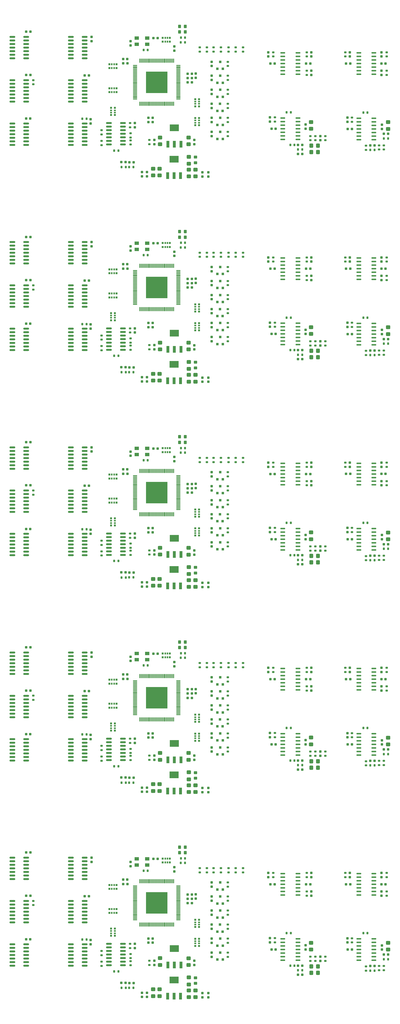
<source format=gtp>
G04*
G04 #@! TF.GenerationSoftware,Altium Limited,Altium Designer,25.3.3 (18)*
G04*
G04 Layer_Color=8421504*
%FSLAX44Y44*%
%MOMM*%
G71*
G04*
G04 #@! TF.SameCoordinates,C1B4E693-D7F7-4543-9357-B74F73BC7D76*
G04*
G04*
G04 #@! TF.FilePolarity,Positive*
G04*
G01*
G75*
G04:AMPARAMS|DCode=18|XSize=0.8mm|YSize=0.8mm|CornerRadius=0.12mm|HoleSize=0mm|Usage=FLASHONLY|Rotation=270.000|XOffset=0mm|YOffset=0mm|HoleType=Round|Shape=RoundedRectangle|*
%AMROUNDEDRECTD18*
21,1,0.8000,0.5600,0,0,270.0*
21,1,0.5600,0.8000,0,0,270.0*
1,1,0.2400,-0.2800,-0.2800*
1,1,0.2400,-0.2800,0.2800*
1,1,0.2400,0.2800,0.2800*
1,1,0.2400,0.2800,-0.2800*
%
%ADD18ROUNDEDRECTD18*%
%ADD19R,0.6400X0.7000*%
%ADD20R,0.5000X0.7000*%
G04:AMPARAMS|DCode=21|XSize=0.9mm|YSize=0.6mm|CornerRadius=0.09mm|HoleSize=0mm|Usage=FLASHONLY|Rotation=0.000|XOffset=0mm|YOffset=0mm|HoleType=Round|Shape=RoundedRectangle|*
%AMROUNDEDRECTD21*
21,1,0.9000,0.4200,0,0,0.0*
21,1,0.7200,0.6000,0,0,0.0*
1,1,0.1800,0.3600,-0.2100*
1,1,0.1800,-0.3600,-0.2100*
1,1,0.1800,-0.3600,0.2100*
1,1,0.1800,0.3600,0.2100*
%
%ADD21ROUNDEDRECTD21*%
%ADD22R,7.6400X7.6400*%
G04:AMPARAMS|DCode=23|XSize=0.3mm|YSize=1.5mm|CornerRadius=0.0525mm|HoleSize=0mm|Usage=FLASHONLY|Rotation=90.000|XOffset=0mm|YOffset=0mm|HoleType=Round|Shape=RoundedRectangle|*
%AMROUNDEDRECTD23*
21,1,0.3000,1.3950,0,0,90.0*
21,1,0.1950,1.5000,0,0,90.0*
1,1,0.1050,0.6975,0.0975*
1,1,0.1050,0.6975,-0.0975*
1,1,0.1050,-0.6975,-0.0975*
1,1,0.1050,-0.6975,0.0975*
%
%ADD23ROUNDEDRECTD23*%
G04:AMPARAMS|DCode=24|XSize=1.5mm|YSize=0.3mm|CornerRadius=0.0525mm|HoleSize=0mm|Usage=FLASHONLY|Rotation=90.000|XOffset=0mm|YOffset=0mm|HoleType=Round|Shape=RoundedRectangle|*
%AMROUNDEDRECTD24*
21,1,1.5000,0.1950,0,0,90.0*
21,1,1.3950,0.3000,0,0,90.0*
1,1,0.1050,0.0975,0.6975*
1,1,0.1050,0.0975,-0.6975*
1,1,0.1050,-0.0975,-0.6975*
1,1,0.1050,-0.0975,0.6975*
%
%ADD24ROUNDEDRECTD24*%
G04:AMPARAMS|DCode=25|XSize=1.97mm|YSize=0.6mm|CornerRadius=0.15mm|HoleSize=0mm|Usage=FLASHONLY|Rotation=0.000|XOffset=0mm|YOffset=0mm|HoleType=Round|Shape=RoundedRectangle|*
%AMROUNDEDRECTD25*
21,1,1.9700,0.3000,0,0,0.0*
21,1,1.6700,0.6000,0,0,0.0*
1,1,0.3000,0.8350,-0.1500*
1,1,0.3000,-0.8350,-0.1500*
1,1,0.3000,-0.8350,0.1500*
1,1,0.3000,0.8350,0.1500*
%
%ADD25ROUNDEDRECTD25*%
G04:AMPARAMS|DCode=26|XSize=0.8mm|YSize=0.8mm|CornerRadius=0.12mm|HoleSize=0mm|Usage=FLASHONLY|Rotation=180.000|XOffset=0mm|YOffset=0mm|HoleType=Round|Shape=RoundedRectangle|*
%AMROUNDEDRECTD26*
21,1,0.8000,0.5600,0,0,180.0*
21,1,0.5600,0.8000,0,0,180.0*
1,1,0.2400,-0.2800,0.2800*
1,1,0.2400,0.2800,0.2800*
1,1,0.2400,0.2800,-0.2800*
1,1,0.2400,-0.2800,-0.2800*
%
%ADD26ROUNDEDRECTD26*%
G04:AMPARAMS|DCode=27|XSize=1.4mm|YSize=1.55mm|CornerRadius=0.35mm|HoleSize=0mm|Usage=FLASHONLY|Rotation=270.000|XOffset=0mm|YOffset=0mm|HoleType=Round|Shape=RoundedRectangle|*
%AMROUNDEDRECTD27*
21,1,1.4000,0.8500,0,0,270.0*
21,1,0.7000,1.5500,0,0,270.0*
1,1,0.7000,-0.4250,-0.3500*
1,1,0.7000,-0.4250,0.3500*
1,1,0.7000,0.4250,0.3500*
1,1,0.7000,0.4250,-0.3500*
%
%ADD27ROUNDEDRECTD27*%
G04:AMPARAMS|DCode=28|XSize=1.4mm|YSize=1.55mm|CornerRadius=0.35mm|HoleSize=0mm|Usage=FLASHONLY|Rotation=0.000|XOffset=0mm|YOffset=0mm|HoleType=Round|Shape=RoundedRectangle|*
%AMROUNDEDRECTD28*
21,1,1.4000,0.8500,0,0,0.0*
21,1,0.7000,1.5500,0,0,0.0*
1,1,0.7000,0.3500,-0.4250*
1,1,0.7000,-0.3500,-0.4250*
1,1,0.7000,-0.3500,0.4250*
1,1,0.7000,0.3500,0.4250*
%
%ADD28ROUNDEDRECTD28*%
%ADD29R,0.9000X0.9500*%
G04:AMPARAMS|DCode=30|XSize=1.1mm|YSize=1.2mm|CornerRadius=0.165mm|HoleSize=0mm|Usage=FLASHONLY|Rotation=0.000|XOffset=0mm|YOffset=0mm|HoleType=Round|Shape=RoundedRectangle|*
%AMROUNDEDRECTD30*
21,1,1.1000,0.8700,0,0,0.0*
21,1,0.7700,1.2000,0,0,0.0*
1,1,0.3300,0.3850,-0.4350*
1,1,0.3300,-0.3850,-0.4350*
1,1,0.3300,-0.3850,0.4350*
1,1,0.3300,0.3850,0.4350*
%
%ADD30ROUNDEDRECTD30*%
G04:AMPARAMS|DCode=31|XSize=1.1mm|YSize=1.2mm|CornerRadius=0.165mm|HoleSize=0mm|Usage=FLASHONLY|Rotation=270.000|XOffset=0mm|YOffset=0mm|HoleType=Round|Shape=RoundedRectangle|*
%AMROUNDEDRECTD31*
21,1,1.1000,0.8700,0,0,270.0*
21,1,0.7700,1.2000,0,0,270.0*
1,1,0.3300,-0.4350,-0.3850*
1,1,0.3300,-0.4350,0.3850*
1,1,0.3300,0.4350,0.3850*
1,1,0.3300,0.4350,-0.3850*
%
%ADD31ROUNDEDRECTD31*%
G04:AMPARAMS|DCode=32|XSize=0.9mm|YSize=0.6mm|CornerRadius=0.09mm|HoleSize=0mm|Usage=FLASHONLY|Rotation=90.000|XOffset=0mm|YOffset=0mm|HoleType=Round|Shape=RoundedRectangle|*
%AMROUNDEDRECTD32*
21,1,0.9000,0.4200,0,0,90.0*
21,1,0.7200,0.6000,0,0,90.0*
1,1,0.1800,0.2100,0.3600*
1,1,0.1800,0.2100,-0.3600*
1,1,0.1800,-0.2100,-0.3600*
1,1,0.1800,-0.2100,0.3600*
%
%ADD32ROUNDEDRECTD32*%
%ADD33R,0.7000X0.6400*%
%ADD34R,0.7000X0.5000*%
G04:AMPARAMS|DCode=35|XSize=1.3mm|YSize=1.5mm|CornerRadius=0.195mm|HoleSize=0mm|Usage=FLASHONLY|Rotation=270.000|XOffset=0mm|YOffset=0mm|HoleType=Round|Shape=RoundedRectangle|*
%AMROUNDEDRECTD35*
21,1,1.3000,1.1100,0,0,270.0*
21,1,0.9100,1.5000,0,0,270.0*
1,1,0.3900,-0.5550,-0.4550*
1,1,0.3900,-0.5550,0.4550*
1,1,0.3900,0.5550,0.4550*
1,1,0.3900,0.5550,-0.4550*
%
%ADD35ROUNDEDRECTD35*%
%ADD36O,1.8000X0.5500*%
%ADD37R,3.3000X2.4000*%
%ADD38R,1.0000X2.4000*%
%ADD39R,1.6000X1.2500*%
D18*
X189700Y3543600D02*
D03*
X204700D02*
D03*
X189500Y3234800D02*
D03*
X204500D02*
D03*
X549900Y3447000D02*
D03*
X534900D02*
D03*
X528500Y3080200D02*
D03*
X543500D02*
D03*
X398130Y3388200D02*
D03*
X413130D02*
D03*
X550500Y3431000D02*
D03*
X535500D02*
D03*
X764700Y3363600D02*
D03*
X779700D02*
D03*
X764700Y3379020D02*
D03*
X779700D02*
D03*
X764690Y3394320D02*
D03*
X779690D02*
D03*
X189900Y3389800D02*
D03*
X204900D02*
D03*
X642500Y3521000D02*
D03*
X657500D02*
D03*
X1414900Y3139590D02*
D03*
X1429900D02*
D03*
X1349510Y3198010D02*
D03*
X1334510D02*
D03*
X1463282Y3180350D02*
D03*
X1478282D02*
D03*
X1074300Y3430310D02*
D03*
X1059300D02*
D03*
X1172300Y3108780D02*
D03*
X1157300D02*
D03*
X1078110Y3198360D02*
D03*
X1063110D02*
D03*
X1201300Y3430310D02*
D03*
X1186300D02*
D03*
X572500Y3079400D02*
D03*
X557500D02*
D03*
X1328540Y3430540D02*
D03*
X1343540D02*
D03*
X1454390Y3430540D02*
D03*
X1469390D02*
D03*
X1157300Y3140980D02*
D03*
X1172300D02*
D03*
X189700Y2813600D02*
D03*
X204700D02*
D03*
X189500Y2504800D02*
D03*
X204500D02*
D03*
X549900Y2717000D02*
D03*
X534900D02*
D03*
X528500Y2350200D02*
D03*
X543500D02*
D03*
X398130Y2658200D02*
D03*
X413130D02*
D03*
X550500Y2701000D02*
D03*
X535500D02*
D03*
X764700Y2633600D02*
D03*
X779700D02*
D03*
X764700Y2649020D02*
D03*
X779700D02*
D03*
X764690Y2664320D02*
D03*
X779690D02*
D03*
X189900Y2659800D02*
D03*
X204900D02*
D03*
X642500Y2791000D02*
D03*
X657500D02*
D03*
X1414900Y2409590D02*
D03*
X1429900D02*
D03*
X1349510Y2468010D02*
D03*
X1334510D02*
D03*
X1463282Y2450350D02*
D03*
X1478282D02*
D03*
X1074300Y2700310D02*
D03*
X1059300D02*
D03*
X1172300Y2378780D02*
D03*
X1157300D02*
D03*
X1078110Y2468360D02*
D03*
X1063110D02*
D03*
X1201300Y2700310D02*
D03*
X1186300D02*
D03*
X572500Y2349400D02*
D03*
X557500D02*
D03*
X1328540Y2700540D02*
D03*
X1343540D02*
D03*
X1454390Y2700540D02*
D03*
X1469390D02*
D03*
X1157300Y2410980D02*
D03*
X1172300D02*
D03*
X189700Y2083600D02*
D03*
X204700D02*
D03*
X189500Y1774800D02*
D03*
X204500D02*
D03*
X549900Y1987000D02*
D03*
X534900D02*
D03*
X528500Y1620200D02*
D03*
X543500D02*
D03*
X398130Y1928200D02*
D03*
X413130D02*
D03*
X550500Y1971000D02*
D03*
X535500D02*
D03*
X764700Y1903600D02*
D03*
X779700D02*
D03*
X764700Y1919020D02*
D03*
X779700D02*
D03*
X764690Y1934320D02*
D03*
X779690D02*
D03*
X189900Y1929800D02*
D03*
X204900D02*
D03*
X642500Y2061000D02*
D03*
X657500D02*
D03*
X1414900Y1679590D02*
D03*
X1429900D02*
D03*
X1349510Y1738010D02*
D03*
X1334510D02*
D03*
X1463282Y1720350D02*
D03*
X1478282D02*
D03*
X1074300Y1970310D02*
D03*
X1059300D02*
D03*
X1172300Y1648780D02*
D03*
X1157300D02*
D03*
X1078110Y1738360D02*
D03*
X1063110D02*
D03*
X1201300Y1970310D02*
D03*
X1186300D02*
D03*
X572500Y1619400D02*
D03*
X557500D02*
D03*
X1328540Y1970540D02*
D03*
X1343540D02*
D03*
X1454390Y1970540D02*
D03*
X1469390D02*
D03*
X1157300Y1680980D02*
D03*
X1172300D02*
D03*
X189700Y1353600D02*
D03*
X204700D02*
D03*
X189500Y1044800D02*
D03*
X204500D02*
D03*
X549900Y1257000D02*
D03*
X534900D02*
D03*
X528500Y890200D02*
D03*
X543500D02*
D03*
X398130Y1198200D02*
D03*
X413130D02*
D03*
X550500Y1241000D02*
D03*
X535500D02*
D03*
X764700Y1173600D02*
D03*
X779700D02*
D03*
X764700Y1189020D02*
D03*
X779700D02*
D03*
X764690Y1204320D02*
D03*
X779690D02*
D03*
X189900Y1199800D02*
D03*
X204900D02*
D03*
X642500Y1331000D02*
D03*
X657500D02*
D03*
X1414900Y949590D02*
D03*
X1429900D02*
D03*
X1349510Y1008010D02*
D03*
X1334510D02*
D03*
X1463282Y990350D02*
D03*
X1478282D02*
D03*
X1074300Y1240310D02*
D03*
X1059300D02*
D03*
X1172300Y918780D02*
D03*
X1157300D02*
D03*
X1078110Y1008360D02*
D03*
X1063110D02*
D03*
X1201300Y1240310D02*
D03*
X1186300D02*
D03*
X572500Y889400D02*
D03*
X557500D02*
D03*
X1328540Y1240540D02*
D03*
X1343540D02*
D03*
X1454390Y1240540D02*
D03*
X1469390D02*
D03*
X1157300Y950980D02*
D03*
X1172300D02*
D03*
X1469390Y510540D02*
D03*
X1454390D02*
D03*
X1343540Y510540D02*
D03*
X1328540D02*
D03*
X1334510Y278010D02*
D03*
X1349510D02*
D03*
X1478282Y260350D02*
D03*
X1463282D02*
D03*
X1429900Y219590D02*
D03*
X1414900D02*
D03*
X1172300Y220980D02*
D03*
X1157300D02*
D03*
Y188780D02*
D03*
X1172300D02*
D03*
X1063110Y278360D02*
D03*
X1078110D02*
D03*
X1186300Y510310D02*
D03*
X1201300D02*
D03*
X1059300D02*
D03*
X1074300D02*
D03*
X779700Y443600D02*
D03*
X764700D02*
D03*
X779700Y459020D02*
D03*
X764700D02*
D03*
X779690Y474320D02*
D03*
X764690D02*
D03*
X657500Y601000D02*
D03*
X642500D02*
D03*
X534900Y527000D02*
D03*
X549900D02*
D03*
X535500Y511000D02*
D03*
X550500D02*
D03*
X413130Y468200D02*
D03*
X398130D02*
D03*
X204700Y623600D02*
D03*
X189700D02*
D03*
X204900Y469800D02*
D03*
X189900D02*
D03*
X204500Y314800D02*
D03*
X189500D02*
D03*
X543500Y160200D02*
D03*
X528500D02*
D03*
X557500Y159400D02*
D03*
X572500D02*
D03*
D19*
X511500Y3414200D02*
D03*
X486100D02*
D03*
Y3428200D02*
D03*
X511500D02*
D03*
X511300Y3342600D02*
D03*
X485900D02*
D03*
Y3328600D02*
D03*
X511300D02*
D03*
X701500Y3508000D02*
D03*
X676100D02*
D03*
Y3522000D02*
D03*
X701500D02*
D03*
X511500Y2684200D02*
D03*
X486100D02*
D03*
Y2698200D02*
D03*
X511500D02*
D03*
X511300Y2612600D02*
D03*
X485900D02*
D03*
Y2598600D02*
D03*
X511300D02*
D03*
X701500Y2778000D02*
D03*
X676100D02*
D03*
Y2792000D02*
D03*
X701500D02*
D03*
X511500Y1954200D02*
D03*
X486100D02*
D03*
Y1968200D02*
D03*
X511500D02*
D03*
X511300Y1882600D02*
D03*
X485900D02*
D03*
Y1868600D02*
D03*
X511300D02*
D03*
X701500Y2048000D02*
D03*
X676100D02*
D03*
Y2062000D02*
D03*
X701500D02*
D03*
X511500Y1224200D02*
D03*
X486100D02*
D03*
Y1238200D02*
D03*
X511500D02*
D03*
X511300Y1152600D02*
D03*
X485900D02*
D03*
Y1138600D02*
D03*
X511300D02*
D03*
X701500Y1318000D02*
D03*
X676100D02*
D03*
Y1332000D02*
D03*
X701500D02*
D03*
X701500Y602000D02*
D03*
X676100D02*
D03*
Y588000D02*
D03*
X701500D02*
D03*
X511500Y508200D02*
D03*
X486100D02*
D03*
Y494200D02*
D03*
X511500D02*
D03*
X511300Y408600D02*
D03*
X485900D02*
D03*
Y422600D02*
D03*
X511300D02*
D03*
D20*
X502800Y3414200D02*
D03*
X494800D02*
D03*
Y3428200D02*
D03*
X502800D02*
D03*
X502600Y3342600D02*
D03*
X494600D02*
D03*
Y3328600D02*
D03*
X502600D02*
D03*
X692800Y3508000D02*
D03*
X684800D02*
D03*
Y3522000D02*
D03*
X692800D02*
D03*
X502800Y2684200D02*
D03*
X494800D02*
D03*
Y2698200D02*
D03*
X502800D02*
D03*
X502600Y2612600D02*
D03*
X494600D02*
D03*
Y2598600D02*
D03*
X502600D02*
D03*
X692800Y2778000D02*
D03*
X684800D02*
D03*
Y2792000D02*
D03*
X692800D02*
D03*
X502800Y1954200D02*
D03*
X494800D02*
D03*
Y1968200D02*
D03*
X502800D02*
D03*
X502600Y1882600D02*
D03*
X494600D02*
D03*
Y1868600D02*
D03*
X502600D02*
D03*
X692800Y2048000D02*
D03*
X684800D02*
D03*
Y2062000D02*
D03*
X692800D02*
D03*
X502800Y1224200D02*
D03*
X494800D02*
D03*
Y1238200D02*
D03*
X502800D02*
D03*
X502600Y1152600D02*
D03*
X494600D02*
D03*
Y1138600D02*
D03*
X502600D02*
D03*
X692800Y1318000D02*
D03*
X684800D02*
D03*
Y1332000D02*
D03*
X692800D02*
D03*
X692800Y602000D02*
D03*
X684800D02*
D03*
Y588000D02*
D03*
X692800D02*
D03*
X502800Y508200D02*
D03*
X494800D02*
D03*
Y494200D02*
D03*
X502800D02*
D03*
X502600Y408600D02*
D03*
X494600D02*
D03*
Y422600D02*
D03*
X502600D02*
D03*
D21*
X215400Y3371500D02*
D03*
Y3356500D02*
D03*
X560070Y3203450D02*
D03*
Y3218450D02*
D03*
X458200Y3178050D02*
D03*
Y3193050D02*
D03*
Y3140100D02*
D03*
Y3155100D02*
D03*
X561800Y3142250D02*
D03*
Y3157250D02*
D03*
Y3182500D02*
D03*
Y3167500D02*
D03*
X1349510Y3238410D02*
D03*
Y3223410D02*
D03*
X1188720Y3455710D02*
D03*
Y3470710D02*
D03*
X1446530Y3139590D02*
D03*
Y3124590D02*
D03*
X907880Y3421790D02*
D03*
Y3436790D02*
D03*
X807920Y3487680D02*
D03*
Y3472680D02*
D03*
X1463282Y3139590D02*
D03*
Y3124590D02*
D03*
X1399200Y3138270D02*
D03*
Y3123270D02*
D03*
X833532Y3472680D02*
D03*
Y3487680D02*
D03*
X857143D02*
D03*
Y3472680D02*
D03*
X883155Y3487680D02*
D03*
Y3472680D02*
D03*
X935978Y3487680D02*
D03*
Y3472680D02*
D03*
X1188720Y3404910D02*
D03*
Y3389910D02*
D03*
X910367Y3487680D02*
D03*
Y3472680D02*
D03*
X961590Y3487680D02*
D03*
Y3472680D02*
D03*
X1473200Y3470710D02*
D03*
Y3455710D02*
D03*
X1201420Y3157610D02*
D03*
Y3172610D02*
D03*
X907380Y3272168D02*
D03*
Y3287168D02*
D03*
X628650Y3143520D02*
D03*
Y3158520D02*
D03*
X1219200Y3157610D02*
D03*
Y3172610D02*
D03*
X1254760D02*
D03*
Y3157610D02*
D03*
X1473200Y3389910D02*
D03*
Y3404910D02*
D03*
X1325880Y3470710D02*
D03*
Y3455710D02*
D03*
X1075690Y3223760D02*
D03*
Y3238760D02*
D03*
X1069340Y3470710D02*
D03*
Y3455710D02*
D03*
X907880Y3386916D02*
D03*
Y3371916D02*
D03*
X907380Y3322042D02*
D03*
Y3337042D02*
D03*
Y3222294D02*
D03*
Y3237294D02*
D03*
X907880Y3187420D02*
D03*
Y3172420D02*
D03*
X215400Y2641500D02*
D03*
Y2626500D02*
D03*
X560070Y2473450D02*
D03*
Y2488450D02*
D03*
X458200Y2448050D02*
D03*
Y2463050D02*
D03*
Y2410100D02*
D03*
Y2425100D02*
D03*
X561800Y2412250D02*
D03*
Y2427250D02*
D03*
Y2452500D02*
D03*
Y2437500D02*
D03*
X1349510Y2508410D02*
D03*
Y2493410D02*
D03*
X1188720Y2725710D02*
D03*
Y2740710D02*
D03*
X1446530Y2409590D02*
D03*
Y2394590D02*
D03*
X907880Y2691790D02*
D03*
Y2706790D02*
D03*
X807920Y2757680D02*
D03*
Y2742680D02*
D03*
X1463282Y2409590D02*
D03*
Y2394590D02*
D03*
X1399200Y2408270D02*
D03*
Y2393270D02*
D03*
X833532Y2742680D02*
D03*
Y2757680D02*
D03*
X857143D02*
D03*
Y2742680D02*
D03*
X883155Y2757680D02*
D03*
Y2742680D02*
D03*
X935978Y2757680D02*
D03*
Y2742680D02*
D03*
X1188720Y2674910D02*
D03*
Y2659910D02*
D03*
X910367Y2757680D02*
D03*
Y2742680D02*
D03*
X961590Y2757680D02*
D03*
Y2742680D02*
D03*
X1473200Y2740710D02*
D03*
Y2725710D02*
D03*
X1201420Y2427610D02*
D03*
Y2442610D02*
D03*
X907380Y2542168D02*
D03*
Y2557168D02*
D03*
X628650Y2413520D02*
D03*
Y2428520D02*
D03*
X1219200Y2427610D02*
D03*
Y2442610D02*
D03*
X1254760D02*
D03*
Y2427610D02*
D03*
X1473200Y2659910D02*
D03*
Y2674910D02*
D03*
X1325880Y2740710D02*
D03*
Y2725710D02*
D03*
X1075690Y2493760D02*
D03*
Y2508760D02*
D03*
X1069340Y2740710D02*
D03*
Y2725710D02*
D03*
X907880Y2656916D02*
D03*
Y2641916D02*
D03*
X907380Y2592042D02*
D03*
Y2607042D02*
D03*
Y2492294D02*
D03*
Y2507294D02*
D03*
X907880Y2457420D02*
D03*
Y2442420D02*
D03*
X215400Y1911500D02*
D03*
Y1896500D02*
D03*
X560070Y1743450D02*
D03*
Y1758450D02*
D03*
X458200Y1718050D02*
D03*
Y1733050D02*
D03*
Y1680100D02*
D03*
Y1695100D02*
D03*
X561800Y1682250D02*
D03*
Y1697250D02*
D03*
Y1722500D02*
D03*
Y1707500D02*
D03*
X1349510Y1778410D02*
D03*
Y1763410D02*
D03*
X1188720Y1995710D02*
D03*
Y2010710D02*
D03*
X1446530Y1679590D02*
D03*
Y1664590D02*
D03*
X907880Y1961790D02*
D03*
Y1976790D02*
D03*
X807920Y2027680D02*
D03*
Y2012680D02*
D03*
X1463282Y1679590D02*
D03*
Y1664590D02*
D03*
X1399200Y1678270D02*
D03*
Y1663270D02*
D03*
X833532Y2012680D02*
D03*
Y2027680D02*
D03*
X857143D02*
D03*
Y2012680D02*
D03*
X883155Y2027680D02*
D03*
Y2012680D02*
D03*
X935978Y2027680D02*
D03*
Y2012680D02*
D03*
X1188720Y1944910D02*
D03*
Y1929910D02*
D03*
X910367Y2027680D02*
D03*
Y2012680D02*
D03*
X961590Y2027680D02*
D03*
Y2012680D02*
D03*
X1473200Y2010710D02*
D03*
Y1995710D02*
D03*
X1201420Y1697610D02*
D03*
Y1712610D02*
D03*
X907380Y1812168D02*
D03*
Y1827168D02*
D03*
X628650Y1683520D02*
D03*
Y1698520D02*
D03*
X1219200Y1697610D02*
D03*
Y1712610D02*
D03*
X1254760D02*
D03*
Y1697610D02*
D03*
X1473200Y1929910D02*
D03*
Y1944910D02*
D03*
X1325880Y2010710D02*
D03*
Y1995710D02*
D03*
X1075690Y1763760D02*
D03*
Y1778760D02*
D03*
X1069340Y2010710D02*
D03*
Y1995710D02*
D03*
X907880Y1926916D02*
D03*
Y1911916D02*
D03*
X907380Y1862042D02*
D03*
Y1877042D02*
D03*
Y1762294D02*
D03*
Y1777294D02*
D03*
X907880Y1727420D02*
D03*
Y1712420D02*
D03*
X215400Y1181500D02*
D03*
Y1166500D02*
D03*
X560070Y1013450D02*
D03*
Y1028450D02*
D03*
X458200Y988050D02*
D03*
Y1003050D02*
D03*
Y950100D02*
D03*
Y965100D02*
D03*
X561800Y952250D02*
D03*
Y967250D02*
D03*
Y992500D02*
D03*
Y977500D02*
D03*
X1349510Y1048410D02*
D03*
Y1033410D02*
D03*
X1188720Y1265710D02*
D03*
Y1280710D02*
D03*
X1446530Y949590D02*
D03*
Y934590D02*
D03*
X907880Y1231790D02*
D03*
Y1246790D02*
D03*
X807920Y1297680D02*
D03*
Y1282680D02*
D03*
X1463282Y949590D02*
D03*
Y934590D02*
D03*
X1399200Y948270D02*
D03*
Y933270D02*
D03*
X833532Y1282680D02*
D03*
Y1297680D02*
D03*
X857143D02*
D03*
Y1282680D02*
D03*
X883155Y1297680D02*
D03*
Y1282680D02*
D03*
X935978Y1297680D02*
D03*
Y1282680D02*
D03*
X1188720Y1214910D02*
D03*
Y1199910D02*
D03*
X910367Y1297680D02*
D03*
Y1282680D02*
D03*
X961590Y1297680D02*
D03*
Y1282680D02*
D03*
X1473200Y1280710D02*
D03*
Y1265710D02*
D03*
X1201420Y967610D02*
D03*
Y982610D02*
D03*
X907380Y1082168D02*
D03*
Y1097168D02*
D03*
X628650Y953520D02*
D03*
Y968520D02*
D03*
X1219200Y967610D02*
D03*
Y982610D02*
D03*
X1254760D02*
D03*
Y967610D02*
D03*
X1473200Y1199910D02*
D03*
Y1214910D02*
D03*
X1325880Y1280710D02*
D03*
Y1265710D02*
D03*
X1075690Y1033760D02*
D03*
Y1048760D02*
D03*
X1069340Y1280710D02*
D03*
Y1265710D02*
D03*
X907880Y1196916D02*
D03*
Y1181916D02*
D03*
X907380Y1132042D02*
D03*
Y1147042D02*
D03*
Y1032294D02*
D03*
Y1047294D02*
D03*
X907880Y997420D02*
D03*
Y982420D02*
D03*
X1473200Y535710D02*
D03*
Y550710D02*
D03*
X1473200Y484910D02*
D03*
Y469910D02*
D03*
X1325880Y535710D02*
D03*
Y550710D02*
D03*
X1349510Y303410D02*
D03*
Y318410D02*
D03*
X1463282Y204590D02*
D03*
Y219590D02*
D03*
X1446530Y204590D02*
D03*
Y219590D02*
D03*
X1399200Y203270D02*
D03*
Y218270D02*
D03*
X1254760Y237610D02*
D03*
Y252610D02*
D03*
X1219200D02*
D03*
Y237610D02*
D03*
X1201420Y252610D02*
D03*
Y237610D02*
D03*
X1075690Y318760D02*
D03*
Y303760D02*
D03*
X1188720Y469910D02*
D03*
Y484910D02*
D03*
Y550710D02*
D03*
Y535710D02*
D03*
X1069340D02*
D03*
Y550710D02*
D03*
X961590Y552680D02*
D03*
Y567680D02*
D03*
X935978Y552680D02*
D03*
Y567680D02*
D03*
X910367Y552680D02*
D03*
Y567680D02*
D03*
X883155Y552680D02*
D03*
Y567680D02*
D03*
X857143Y552680D02*
D03*
Y567680D02*
D03*
X833532D02*
D03*
Y552680D02*
D03*
X807920D02*
D03*
Y567680D02*
D03*
X907880Y516790D02*
D03*
Y501790D02*
D03*
Y451916D02*
D03*
Y466916D02*
D03*
X907380Y417042D02*
D03*
Y402042D02*
D03*
X907380Y367168D02*
D03*
Y352168D02*
D03*
X907380Y317294D02*
D03*
Y302294D02*
D03*
X907880Y252420D02*
D03*
Y267420D02*
D03*
X628650Y238520D02*
D03*
Y223520D02*
D03*
X560070Y298450D02*
D03*
Y283450D02*
D03*
X561800Y247500D02*
D03*
Y262500D02*
D03*
Y237250D02*
D03*
Y222250D02*
D03*
X458200Y273050D02*
D03*
Y258050D02*
D03*
Y235100D02*
D03*
Y220100D02*
D03*
X215400Y436500D02*
D03*
Y451500D02*
D03*
D22*
X654520Y3364020D02*
D03*
X654520Y2634020D02*
D03*
X654520Y1904020D02*
D03*
X654520Y1174020D02*
D03*
X654520Y444020D02*
D03*
D23*
X577520Y3304020D02*
D03*
Y3309020D02*
D03*
Y3314020D02*
D03*
Y3319020D02*
D03*
Y3324020D02*
D03*
Y3329020D02*
D03*
Y3334020D02*
D03*
Y3339020D02*
D03*
Y3344020D02*
D03*
Y3349020D02*
D03*
Y3354020D02*
D03*
Y3359020D02*
D03*
Y3364020D02*
D03*
Y3369020D02*
D03*
Y3374020D02*
D03*
Y3379020D02*
D03*
Y3384020D02*
D03*
Y3389020D02*
D03*
Y3394020D02*
D03*
Y3399020D02*
D03*
Y3404020D02*
D03*
Y3409020D02*
D03*
Y3414020D02*
D03*
Y3419020D02*
D03*
Y3424020D02*
D03*
X731520D02*
D03*
Y3419020D02*
D03*
Y3414020D02*
D03*
Y3409020D02*
D03*
Y3404020D02*
D03*
Y3399020D02*
D03*
Y3394020D02*
D03*
Y3389020D02*
D03*
Y3384020D02*
D03*
Y3379020D02*
D03*
Y3374020D02*
D03*
Y3369020D02*
D03*
Y3364020D02*
D03*
Y3359020D02*
D03*
Y3354020D02*
D03*
Y3349020D02*
D03*
Y3344020D02*
D03*
Y3339020D02*
D03*
Y3334020D02*
D03*
Y3329020D02*
D03*
Y3324020D02*
D03*
Y3319020D02*
D03*
Y3314020D02*
D03*
Y3309020D02*
D03*
Y3304020D02*
D03*
X577520Y2574020D02*
D03*
Y2579020D02*
D03*
Y2584020D02*
D03*
Y2589020D02*
D03*
Y2594020D02*
D03*
Y2599020D02*
D03*
Y2604020D02*
D03*
Y2609020D02*
D03*
Y2614020D02*
D03*
Y2619020D02*
D03*
Y2624020D02*
D03*
Y2629020D02*
D03*
Y2634020D02*
D03*
Y2639020D02*
D03*
Y2644020D02*
D03*
Y2649020D02*
D03*
Y2654020D02*
D03*
Y2659020D02*
D03*
Y2664020D02*
D03*
Y2669020D02*
D03*
Y2674020D02*
D03*
Y2679020D02*
D03*
Y2684020D02*
D03*
Y2689020D02*
D03*
Y2694020D02*
D03*
X731520D02*
D03*
Y2689020D02*
D03*
Y2684020D02*
D03*
Y2679020D02*
D03*
Y2674020D02*
D03*
Y2669020D02*
D03*
Y2664020D02*
D03*
Y2659020D02*
D03*
Y2654020D02*
D03*
Y2649020D02*
D03*
Y2644020D02*
D03*
Y2639020D02*
D03*
Y2634020D02*
D03*
Y2629020D02*
D03*
Y2624020D02*
D03*
Y2619020D02*
D03*
Y2614020D02*
D03*
Y2609020D02*
D03*
Y2604020D02*
D03*
Y2599020D02*
D03*
Y2594020D02*
D03*
Y2589020D02*
D03*
Y2584020D02*
D03*
Y2579020D02*
D03*
Y2574020D02*
D03*
X577520Y1844020D02*
D03*
Y1849020D02*
D03*
Y1854020D02*
D03*
Y1859020D02*
D03*
Y1864020D02*
D03*
Y1869020D02*
D03*
Y1874020D02*
D03*
Y1879020D02*
D03*
Y1884020D02*
D03*
Y1889020D02*
D03*
Y1894020D02*
D03*
Y1899020D02*
D03*
Y1904020D02*
D03*
Y1909020D02*
D03*
Y1914020D02*
D03*
Y1919020D02*
D03*
Y1924020D02*
D03*
Y1929020D02*
D03*
Y1934020D02*
D03*
Y1939020D02*
D03*
Y1944020D02*
D03*
Y1949020D02*
D03*
Y1954020D02*
D03*
Y1959020D02*
D03*
Y1964020D02*
D03*
X731520D02*
D03*
Y1959020D02*
D03*
Y1954020D02*
D03*
Y1949020D02*
D03*
Y1944020D02*
D03*
Y1939020D02*
D03*
Y1934020D02*
D03*
Y1929020D02*
D03*
Y1924020D02*
D03*
Y1919020D02*
D03*
Y1914020D02*
D03*
Y1909020D02*
D03*
Y1904020D02*
D03*
Y1899020D02*
D03*
Y1894020D02*
D03*
Y1889020D02*
D03*
Y1884020D02*
D03*
Y1879020D02*
D03*
Y1874020D02*
D03*
Y1869020D02*
D03*
Y1864020D02*
D03*
Y1859020D02*
D03*
Y1854020D02*
D03*
Y1849020D02*
D03*
Y1844020D02*
D03*
X577520Y1114020D02*
D03*
Y1119020D02*
D03*
Y1124020D02*
D03*
Y1129020D02*
D03*
Y1134020D02*
D03*
Y1139020D02*
D03*
Y1144020D02*
D03*
Y1149020D02*
D03*
Y1154020D02*
D03*
Y1159020D02*
D03*
Y1164020D02*
D03*
Y1169020D02*
D03*
Y1174020D02*
D03*
Y1179020D02*
D03*
Y1184020D02*
D03*
Y1189020D02*
D03*
Y1194020D02*
D03*
Y1199020D02*
D03*
Y1204020D02*
D03*
Y1209020D02*
D03*
Y1214020D02*
D03*
Y1219020D02*
D03*
Y1224020D02*
D03*
Y1229020D02*
D03*
Y1234020D02*
D03*
X731520D02*
D03*
Y1229020D02*
D03*
Y1224020D02*
D03*
Y1219020D02*
D03*
Y1214020D02*
D03*
Y1209020D02*
D03*
Y1204020D02*
D03*
Y1199020D02*
D03*
Y1194020D02*
D03*
Y1189020D02*
D03*
Y1184020D02*
D03*
Y1179020D02*
D03*
Y1174020D02*
D03*
Y1169020D02*
D03*
Y1164020D02*
D03*
Y1159020D02*
D03*
Y1154020D02*
D03*
Y1149020D02*
D03*
Y1144020D02*
D03*
Y1139020D02*
D03*
Y1134020D02*
D03*
Y1129020D02*
D03*
Y1124020D02*
D03*
Y1119020D02*
D03*
Y1114020D02*
D03*
X731520Y384020D02*
D03*
Y389020D02*
D03*
Y394020D02*
D03*
Y399020D02*
D03*
Y404020D02*
D03*
Y409020D02*
D03*
Y414020D02*
D03*
Y419020D02*
D03*
Y424020D02*
D03*
Y429020D02*
D03*
Y434020D02*
D03*
Y439020D02*
D03*
Y444020D02*
D03*
Y449020D02*
D03*
Y454020D02*
D03*
Y459020D02*
D03*
Y464020D02*
D03*
Y469020D02*
D03*
Y474020D02*
D03*
Y479020D02*
D03*
Y484020D02*
D03*
Y489020D02*
D03*
Y494020D02*
D03*
Y499020D02*
D03*
Y504020D02*
D03*
X577520D02*
D03*
Y499020D02*
D03*
Y494020D02*
D03*
Y489020D02*
D03*
Y484020D02*
D03*
Y479020D02*
D03*
Y474020D02*
D03*
Y469020D02*
D03*
Y464020D02*
D03*
Y459020D02*
D03*
Y454020D02*
D03*
Y449020D02*
D03*
Y444020D02*
D03*
Y439020D02*
D03*
Y434020D02*
D03*
Y429020D02*
D03*
Y424020D02*
D03*
Y419020D02*
D03*
Y414020D02*
D03*
Y409020D02*
D03*
Y404020D02*
D03*
Y399020D02*
D03*
Y394020D02*
D03*
Y389020D02*
D03*
Y384020D02*
D03*
D24*
X594520Y3441020D02*
D03*
X599520D02*
D03*
X604520D02*
D03*
X609520D02*
D03*
X614520D02*
D03*
X619520D02*
D03*
X624520D02*
D03*
X629520D02*
D03*
X634520D02*
D03*
X639520D02*
D03*
X644520D02*
D03*
X649520D02*
D03*
X654520D02*
D03*
X659520D02*
D03*
X664520D02*
D03*
X669520D02*
D03*
X674520D02*
D03*
X679520D02*
D03*
X684520D02*
D03*
X689520D02*
D03*
X694520D02*
D03*
X699520D02*
D03*
X704520D02*
D03*
X709520D02*
D03*
X714520D02*
D03*
Y3287020D02*
D03*
X709520D02*
D03*
X704520D02*
D03*
X699520D02*
D03*
X694520D02*
D03*
X689520D02*
D03*
X684520D02*
D03*
X679520D02*
D03*
X674520D02*
D03*
X669520D02*
D03*
X664520D02*
D03*
X659520D02*
D03*
X654520D02*
D03*
X649520D02*
D03*
X644520D02*
D03*
X639520D02*
D03*
X634520D02*
D03*
X629520D02*
D03*
X624520D02*
D03*
X619520D02*
D03*
X614520D02*
D03*
X609520D02*
D03*
X604520D02*
D03*
X599520D02*
D03*
X594520D02*
D03*
X594520Y2711020D02*
D03*
X599520D02*
D03*
X604520D02*
D03*
X609520D02*
D03*
X614520D02*
D03*
X619520D02*
D03*
X624520D02*
D03*
X629520D02*
D03*
X634520D02*
D03*
X639520D02*
D03*
X644520D02*
D03*
X649520D02*
D03*
X654520D02*
D03*
X659520D02*
D03*
X664520D02*
D03*
X669520D02*
D03*
X674520D02*
D03*
X679520D02*
D03*
X684520D02*
D03*
X689520D02*
D03*
X694520D02*
D03*
X699520D02*
D03*
X704520D02*
D03*
X709520D02*
D03*
X714520D02*
D03*
Y2557020D02*
D03*
X709520D02*
D03*
X704520D02*
D03*
X699520D02*
D03*
X694520D02*
D03*
X689520D02*
D03*
X684520D02*
D03*
X679520D02*
D03*
X674520D02*
D03*
X669520D02*
D03*
X664520D02*
D03*
X659520D02*
D03*
X654520D02*
D03*
X649520D02*
D03*
X644520D02*
D03*
X639520D02*
D03*
X634520D02*
D03*
X629520D02*
D03*
X624520D02*
D03*
X619520D02*
D03*
X614520D02*
D03*
X609520D02*
D03*
X604520D02*
D03*
X599520D02*
D03*
X594520D02*
D03*
X594520Y1981020D02*
D03*
X599520D02*
D03*
X604520D02*
D03*
X609520D02*
D03*
X614520D02*
D03*
X619520D02*
D03*
X624520D02*
D03*
X629520D02*
D03*
X634520D02*
D03*
X639520D02*
D03*
X644520D02*
D03*
X649520D02*
D03*
X654520D02*
D03*
X659520D02*
D03*
X664520D02*
D03*
X669520D02*
D03*
X674520D02*
D03*
X679520D02*
D03*
X684520D02*
D03*
X689520D02*
D03*
X694520D02*
D03*
X699520D02*
D03*
X704520D02*
D03*
X709520D02*
D03*
X714520D02*
D03*
Y1827020D02*
D03*
X709520D02*
D03*
X704520D02*
D03*
X699520D02*
D03*
X694520D02*
D03*
X689520D02*
D03*
X684520D02*
D03*
X679520D02*
D03*
X674520D02*
D03*
X669520D02*
D03*
X664520D02*
D03*
X659520D02*
D03*
X654520D02*
D03*
X649520D02*
D03*
X644520D02*
D03*
X639520D02*
D03*
X634520D02*
D03*
X629520D02*
D03*
X624520D02*
D03*
X619520D02*
D03*
X614520D02*
D03*
X609520D02*
D03*
X604520D02*
D03*
X599520D02*
D03*
X594520D02*
D03*
X594520Y1251020D02*
D03*
X599520D02*
D03*
X604520D02*
D03*
X609520D02*
D03*
X614520D02*
D03*
X619520D02*
D03*
X624520D02*
D03*
X629520D02*
D03*
X634520D02*
D03*
X639520D02*
D03*
X644520D02*
D03*
X649520D02*
D03*
X654520D02*
D03*
X659520D02*
D03*
X664520D02*
D03*
X669520D02*
D03*
X674520D02*
D03*
X679520D02*
D03*
X684520D02*
D03*
X689520D02*
D03*
X694520D02*
D03*
X699520D02*
D03*
X704520D02*
D03*
X709520D02*
D03*
X714520D02*
D03*
Y1097020D02*
D03*
X709520D02*
D03*
X704520D02*
D03*
X699520D02*
D03*
X694520D02*
D03*
X689520D02*
D03*
X684520D02*
D03*
X679520D02*
D03*
X674520D02*
D03*
X669520D02*
D03*
X664520D02*
D03*
X659520D02*
D03*
X654520D02*
D03*
X649520D02*
D03*
X644520D02*
D03*
X639520D02*
D03*
X634520D02*
D03*
X629520D02*
D03*
X624520D02*
D03*
X619520D02*
D03*
X614520D02*
D03*
X609520D02*
D03*
X604520D02*
D03*
X599520D02*
D03*
X594520D02*
D03*
X594520Y367020D02*
D03*
X599520D02*
D03*
X604520D02*
D03*
X609520D02*
D03*
X614520D02*
D03*
X619520D02*
D03*
X624520D02*
D03*
X629520D02*
D03*
X634520D02*
D03*
X639520D02*
D03*
X644520D02*
D03*
X649520D02*
D03*
X654520D02*
D03*
X659520D02*
D03*
X664520D02*
D03*
X669520D02*
D03*
X674520D02*
D03*
X679520D02*
D03*
X684520D02*
D03*
X689520D02*
D03*
X694520D02*
D03*
X699520D02*
D03*
X704520D02*
D03*
X709520D02*
D03*
X714520D02*
D03*
Y521020D02*
D03*
X709520D02*
D03*
X704520D02*
D03*
X699520D02*
D03*
X694520D02*
D03*
X689520D02*
D03*
X684520D02*
D03*
X679520D02*
D03*
X674520D02*
D03*
X669520D02*
D03*
X664520D02*
D03*
X659520D02*
D03*
X654520D02*
D03*
X649520D02*
D03*
X644520D02*
D03*
X639520D02*
D03*
X634520D02*
D03*
X629520D02*
D03*
X624520D02*
D03*
X619520D02*
D03*
X614520D02*
D03*
X609520D02*
D03*
X604520D02*
D03*
X599520D02*
D03*
X594520D02*
D03*
D25*
X189960Y3217180D02*
D03*
Y3204480D02*
D03*
Y3191780D02*
D03*
Y3179080D02*
D03*
Y3166380D02*
D03*
Y3153680D02*
D03*
Y3140980D02*
D03*
X140460D02*
D03*
Y3153680D02*
D03*
Y3166380D02*
D03*
Y3179080D02*
D03*
Y3191780D02*
D03*
Y3204480D02*
D03*
Y3217180D02*
D03*
Y3525155D02*
D03*
Y3512455D02*
D03*
Y3499755D02*
D03*
Y3487055D02*
D03*
Y3474355D02*
D03*
Y3461655D02*
D03*
Y3448955D02*
D03*
X189960D02*
D03*
Y3461655D02*
D03*
Y3474355D02*
D03*
Y3487055D02*
D03*
Y3499755D02*
D03*
Y3512455D02*
D03*
Y3525155D02*
D03*
Y3371168D02*
D03*
Y3358467D02*
D03*
Y3345768D02*
D03*
Y3333068D02*
D03*
Y3320367D02*
D03*
Y3307668D02*
D03*
Y3294968D02*
D03*
X140460D02*
D03*
Y3307668D02*
D03*
Y3320367D02*
D03*
Y3333068D02*
D03*
Y3345768D02*
D03*
Y3358467D02*
D03*
Y3371168D02*
D03*
X348630D02*
D03*
Y3358467D02*
D03*
Y3345768D02*
D03*
Y3333068D02*
D03*
Y3320367D02*
D03*
Y3307668D02*
D03*
Y3294968D02*
D03*
X398130D02*
D03*
Y3307668D02*
D03*
Y3320367D02*
D03*
Y3333068D02*
D03*
Y3345768D02*
D03*
Y3358467D02*
D03*
Y3371168D02*
D03*
X348630Y3525155D02*
D03*
Y3512455D02*
D03*
Y3499755D02*
D03*
Y3487055D02*
D03*
Y3474355D02*
D03*
Y3461655D02*
D03*
Y3448955D02*
D03*
X398130D02*
D03*
Y3461655D02*
D03*
Y3474355D02*
D03*
Y3487055D02*
D03*
Y3499755D02*
D03*
Y3512455D02*
D03*
Y3525155D02*
D03*
X348630Y3217180D02*
D03*
Y3204480D02*
D03*
Y3191780D02*
D03*
Y3179080D02*
D03*
Y3166380D02*
D03*
Y3153680D02*
D03*
Y3140980D02*
D03*
X398130D02*
D03*
Y3153680D02*
D03*
Y3166380D02*
D03*
Y3179080D02*
D03*
Y3191780D02*
D03*
Y3204480D02*
D03*
Y3217180D02*
D03*
X484520Y3218450D02*
D03*
Y3205750D02*
D03*
Y3193050D02*
D03*
Y3180350D02*
D03*
Y3167650D02*
D03*
Y3154950D02*
D03*
Y3142250D02*
D03*
X534020D02*
D03*
Y3154950D02*
D03*
Y3167650D02*
D03*
Y3180350D02*
D03*
Y3193050D02*
D03*
Y3205750D02*
D03*
Y3218450D02*
D03*
X189960Y2487180D02*
D03*
Y2474480D02*
D03*
Y2461780D02*
D03*
Y2449080D02*
D03*
Y2436380D02*
D03*
Y2423680D02*
D03*
Y2410980D02*
D03*
X140460D02*
D03*
Y2423680D02*
D03*
Y2436380D02*
D03*
Y2449080D02*
D03*
Y2461780D02*
D03*
Y2474480D02*
D03*
Y2487180D02*
D03*
Y2795155D02*
D03*
Y2782455D02*
D03*
Y2769755D02*
D03*
Y2757055D02*
D03*
Y2744355D02*
D03*
Y2731655D02*
D03*
Y2718955D02*
D03*
X189960D02*
D03*
Y2731655D02*
D03*
Y2744355D02*
D03*
Y2757055D02*
D03*
Y2769755D02*
D03*
Y2782455D02*
D03*
Y2795155D02*
D03*
Y2641168D02*
D03*
Y2628467D02*
D03*
Y2615768D02*
D03*
Y2603068D02*
D03*
Y2590367D02*
D03*
Y2577668D02*
D03*
Y2564968D02*
D03*
X140460D02*
D03*
Y2577668D02*
D03*
Y2590367D02*
D03*
Y2603068D02*
D03*
Y2615768D02*
D03*
Y2628467D02*
D03*
Y2641168D02*
D03*
X348630D02*
D03*
Y2628467D02*
D03*
Y2615768D02*
D03*
Y2603068D02*
D03*
Y2590367D02*
D03*
Y2577668D02*
D03*
Y2564968D02*
D03*
X398130D02*
D03*
Y2577668D02*
D03*
Y2590367D02*
D03*
Y2603068D02*
D03*
Y2615768D02*
D03*
Y2628467D02*
D03*
Y2641168D02*
D03*
X348630Y2795155D02*
D03*
Y2782455D02*
D03*
Y2769755D02*
D03*
Y2757055D02*
D03*
Y2744355D02*
D03*
Y2731655D02*
D03*
Y2718955D02*
D03*
X398130D02*
D03*
Y2731655D02*
D03*
Y2744355D02*
D03*
Y2757055D02*
D03*
Y2769755D02*
D03*
Y2782455D02*
D03*
Y2795155D02*
D03*
X348630Y2487180D02*
D03*
Y2474480D02*
D03*
Y2461780D02*
D03*
Y2449080D02*
D03*
Y2436380D02*
D03*
Y2423680D02*
D03*
Y2410980D02*
D03*
X398130D02*
D03*
Y2423680D02*
D03*
Y2436380D02*
D03*
Y2449080D02*
D03*
Y2461780D02*
D03*
Y2474480D02*
D03*
Y2487180D02*
D03*
X484520Y2488450D02*
D03*
Y2475750D02*
D03*
Y2463050D02*
D03*
Y2450350D02*
D03*
Y2437650D02*
D03*
Y2424950D02*
D03*
Y2412250D02*
D03*
X534020D02*
D03*
Y2424950D02*
D03*
Y2437650D02*
D03*
Y2450350D02*
D03*
Y2463050D02*
D03*
Y2475750D02*
D03*
Y2488450D02*
D03*
X189960Y1757180D02*
D03*
Y1744480D02*
D03*
Y1731780D02*
D03*
Y1719080D02*
D03*
Y1706380D02*
D03*
Y1693680D02*
D03*
Y1680980D02*
D03*
X140460D02*
D03*
Y1693680D02*
D03*
Y1706380D02*
D03*
Y1719080D02*
D03*
Y1731780D02*
D03*
Y1744480D02*
D03*
Y1757180D02*
D03*
Y2065155D02*
D03*
Y2052455D02*
D03*
Y2039755D02*
D03*
Y2027055D02*
D03*
Y2014355D02*
D03*
Y2001655D02*
D03*
Y1988955D02*
D03*
X189960D02*
D03*
Y2001655D02*
D03*
Y2014355D02*
D03*
Y2027055D02*
D03*
Y2039755D02*
D03*
Y2052455D02*
D03*
Y2065155D02*
D03*
Y1911167D02*
D03*
Y1898468D02*
D03*
Y1885768D02*
D03*
Y1873067D02*
D03*
Y1860367D02*
D03*
Y1847668D02*
D03*
Y1834967D02*
D03*
X140460D02*
D03*
Y1847668D02*
D03*
Y1860367D02*
D03*
Y1873067D02*
D03*
Y1885768D02*
D03*
Y1898468D02*
D03*
Y1911167D02*
D03*
X348630D02*
D03*
Y1898468D02*
D03*
Y1885768D02*
D03*
Y1873067D02*
D03*
Y1860367D02*
D03*
Y1847668D02*
D03*
Y1834967D02*
D03*
X398130D02*
D03*
Y1847668D02*
D03*
Y1860367D02*
D03*
Y1873067D02*
D03*
Y1885768D02*
D03*
Y1898468D02*
D03*
Y1911167D02*
D03*
X348630Y2065155D02*
D03*
Y2052455D02*
D03*
Y2039755D02*
D03*
Y2027055D02*
D03*
Y2014355D02*
D03*
Y2001655D02*
D03*
Y1988955D02*
D03*
X398130D02*
D03*
Y2001655D02*
D03*
Y2014355D02*
D03*
Y2027055D02*
D03*
Y2039755D02*
D03*
Y2052455D02*
D03*
Y2065155D02*
D03*
X348630Y1757180D02*
D03*
Y1744480D02*
D03*
Y1731780D02*
D03*
Y1719080D02*
D03*
Y1706380D02*
D03*
Y1693680D02*
D03*
Y1680980D02*
D03*
X398130D02*
D03*
Y1693680D02*
D03*
Y1706380D02*
D03*
Y1719080D02*
D03*
Y1731780D02*
D03*
Y1744480D02*
D03*
Y1757180D02*
D03*
X484520Y1758450D02*
D03*
Y1745750D02*
D03*
Y1733050D02*
D03*
Y1720350D02*
D03*
Y1707650D02*
D03*
Y1694950D02*
D03*
Y1682250D02*
D03*
X534020D02*
D03*
Y1694950D02*
D03*
Y1707650D02*
D03*
Y1720350D02*
D03*
Y1733050D02*
D03*
Y1745750D02*
D03*
Y1758450D02*
D03*
X189960Y1027180D02*
D03*
Y1014480D02*
D03*
Y1001780D02*
D03*
Y989080D02*
D03*
Y976380D02*
D03*
Y963680D02*
D03*
Y950980D02*
D03*
X140460D02*
D03*
Y963680D02*
D03*
Y976380D02*
D03*
Y989080D02*
D03*
Y1001780D02*
D03*
Y1014480D02*
D03*
Y1027180D02*
D03*
Y1335155D02*
D03*
Y1322455D02*
D03*
Y1309755D02*
D03*
Y1297055D02*
D03*
Y1284355D02*
D03*
Y1271655D02*
D03*
Y1258955D02*
D03*
X189960D02*
D03*
Y1271655D02*
D03*
Y1284355D02*
D03*
Y1297055D02*
D03*
Y1309755D02*
D03*
Y1322455D02*
D03*
Y1335155D02*
D03*
Y1181168D02*
D03*
Y1168467D02*
D03*
Y1155768D02*
D03*
Y1143067D02*
D03*
Y1130368D02*
D03*
Y1117667D02*
D03*
Y1104967D02*
D03*
X140460D02*
D03*
Y1117667D02*
D03*
Y1130368D02*
D03*
Y1143067D02*
D03*
Y1155768D02*
D03*
Y1168467D02*
D03*
Y1181168D02*
D03*
X348630D02*
D03*
Y1168467D02*
D03*
Y1155768D02*
D03*
Y1143067D02*
D03*
Y1130368D02*
D03*
Y1117667D02*
D03*
Y1104967D02*
D03*
X398130D02*
D03*
Y1117667D02*
D03*
Y1130368D02*
D03*
Y1143067D02*
D03*
Y1155768D02*
D03*
Y1168467D02*
D03*
Y1181168D02*
D03*
X348630Y1335155D02*
D03*
Y1322455D02*
D03*
Y1309755D02*
D03*
Y1297055D02*
D03*
Y1284355D02*
D03*
Y1271655D02*
D03*
Y1258955D02*
D03*
X398130D02*
D03*
Y1271655D02*
D03*
Y1284355D02*
D03*
Y1297055D02*
D03*
Y1309755D02*
D03*
Y1322455D02*
D03*
Y1335155D02*
D03*
X348630Y1027180D02*
D03*
Y1014480D02*
D03*
Y1001780D02*
D03*
Y989080D02*
D03*
Y976380D02*
D03*
Y963680D02*
D03*
Y950980D02*
D03*
X398130D02*
D03*
Y963680D02*
D03*
Y976380D02*
D03*
Y989080D02*
D03*
Y1001780D02*
D03*
Y1014480D02*
D03*
Y1027180D02*
D03*
X484520Y1028450D02*
D03*
Y1015750D02*
D03*
Y1003050D02*
D03*
Y990350D02*
D03*
Y977650D02*
D03*
Y964950D02*
D03*
Y952250D02*
D03*
X534020D02*
D03*
Y964950D02*
D03*
Y977650D02*
D03*
Y990350D02*
D03*
Y1003050D02*
D03*
Y1015750D02*
D03*
Y1028450D02*
D03*
X534020Y298450D02*
D03*
Y285750D02*
D03*
Y273050D02*
D03*
Y260350D02*
D03*
Y247650D02*
D03*
Y234950D02*
D03*
Y222250D02*
D03*
X484520D02*
D03*
Y234950D02*
D03*
Y247650D02*
D03*
Y260350D02*
D03*
Y273050D02*
D03*
Y285750D02*
D03*
Y298450D02*
D03*
X398130Y297180D02*
D03*
Y284480D02*
D03*
Y271780D02*
D03*
Y259080D02*
D03*
Y246380D02*
D03*
Y233680D02*
D03*
Y220980D02*
D03*
X348630D02*
D03*
Y233680D02*
D03*
Y246380D02*
D03*
Y259080D02*
D03*
Y271780D02*
D03*
Y284480D02*
D03*
Y297180D02*
D03*
X398130Y451167D02*
D03*
Y438467D02*
D03*
Y425768D02*
D03*
Y413068D02*
D03*
Y400368D02*
D03*
Y387668D02*
D03*
Y374967D02*
D03*
X348630D02*
D03*
Y387668D02*
D03*
Y400368D02*
D03*
Y413068D02*
D03*
Y425768D02*
D03*
Y438467D02*
D03*
Y451167D02*
D03*
X398130Y605155D02*
D03*
Y592455D02*
D03*
Y579755D02*
D03*
Y567055D02*
D03*
Y554355D02*
D03*
Y541655D02*
D03*
Y528955D02*
D03*
X348630D02*
D03*
Y541655D02*
D03*
Y554355D02*
D03*
Y567055D02*
D03*
Y579755D02*
D03*
Y592455D02*
D03*
Y605155D02*
D03*
X189960D02*
D03*
Y592455D02*
D03*
Y579755D02*
D03*
Y567055D02*
D03*
Y554355D02*
D03*
Y541655D02*
D03*
Y528955D02*
D03*
X140460D02*
D03*
Y541655D02*
D03*
Y554355D02*
D03*
Y567055D02*
D03*
Y579755D02*
D03*
Y592455D02*
D03*
Y605155D02*
D03*
Y451167D02*
D03*
Y438467D02*
D03*
Y425768D02*
D03*
Y413068D02*
D03*
Y400368D02*
D03*
Y387668D02*
D03*
Y374967D02*
D03*
X189960D02*
D03*
Y387668D02*
D03*
Y400368D02*
D03*
Y413068D02*
D03*
Y425768D02*
D03*
Y438467D02*
D03*
Y451167D02*
D03*
X140460Y297180D02*
D03*
Y284480D02*
D03*
Y271780D02*
D03*
Y259080D02*
D03*
Y246380D02*
D03*
Y233680D02*
D03*
Y220980D02*
D03*
X189960D02*
D03*
Y233680D02*
D03*
Y246380D02*
D03*
Y259080D02*
D03*
Y271780D02*
D03*
Y284480D02*
D03*
Y297180D02*
D03*
D26*
X640400Y3237500D02*
D03*
Y3222500D02*
D03*
X793800Y3394900D02*
D03*
Y3379900D02*
D03*
X717200Y3476100D02*
D03*
Y3491100D02*
D03*
X624800Y3237500D02*
D03*
Y3222500D02*
D03*
X422200Y3510100D02*
D03*
Y3525100D02*
D03*
X561480Y3494990D02*
D03*
Y3509990D02*
D03*
X419400Y3217180D02*
D03*
Y3232180D02*
D03*
X576580Y3218450D02*
D03*
Y3203450D02*
D03*
X1333500Y3238410D02*
D03*
Y3223410D02*
D03*
X1205230Y3455710D02*
D03*
Y3470710D02*
D03*
X850300Y3421790D02*
D03*
Y3436790D02*
D03*
X1456690Y3213010D02*
D03*
Y3198010D02*
D03*
X1454390Y3470710D02*
D03*
Y3455710D02*
D03*
X1205230Y3404910D02*
D03*
Y3389910D02*
D03*
X646430Y3158520D02*
D03*
Y3143520D02*
D03*
X788600Y3143320D02*
D03*
Y3158320D02*
D03*
X849800Y3272168D02*
D03*
Y3287168D02*
D03*
X849800Y3222294D02*
D03*
Y3237294D02*
D03*
X1236980Y3172610D02*
D03*
Y3157610D02*
D03*
X1184910Y3213360D02*
D03*
Y3198360D02*
D03*
X1454390Y3389910D02*
D03*
Y3404910D02*
D03*
X1057910Y3223760D02*
D03*
Y3238760D02*
D03*
X838310Y3028210D02*
D03*
Y3043210D02*
D03*
X816720Y3028210D02*
D03*
Y3043210D02*
D03*
X602090Y3044480D02*
D03*
Y3029480D02*
D03*
X619870Y3044480D02*
D03*
Y3029480D02*
D03*
X1342390Y3470710D02*
D03*
Y3455710D02*
D03*
X850300Y3187420D02*
D03*
Y3172420D02*
D03*
X1051560Y3470710D02*
D03*
Y3455710D02*
D03*
X850300Y3386916D02*
D03*
Y3371916D02*
D03*
Y3322042D02*
D03*
Y3337042D02*
D03*
X640400Y2507500D02*
D03*
Y2492500D02*
D03*
X793800Y2664900D02*
D03*
Y2649900D02*
D03*
X717200Y2746100D02*
D03*
Y2761100D02*
D03*
X624800Y2507500D02*
D03*
Y2492500D02*
D03*
X422200Y2780100D02*
D03*
Y2795100D02*
D03*
X561480Y2764990D02*
D03*
Y2779990D02*
D03*
X419400Y2487180D02*
D03*
Y2502180D02*
D03*
X576580Y2488450D02*
D03*
Y2473450D02*
D03*
X1333500Y2508410D02*
D03*
Y2493410D02*
D03*
X1205230Y2725710D02*
D03*
Y2740710D02*
D03*
X850300Y2691790D02*
D03*
Y2706790D02*
D03*
X1456690Y2483010D02*
D03*
Y2468010D02*
D03*
X1454390Y2740710D02*
D03*
Y2725710D02*
D03*
X1205230Y2674910D02*
D03*
Y2659910D02*
D03*
X646430Y2428520D02*
D03*
Y2413520D02*
D03*
X788600Y2413320D02*
D03*
Y2428320D02*
D03*
X849800Y2542168D02*
D03*
Y2557168D02*
D03*
X849800Y2492294D02*
D03*
Y2507294D02*
D03*
X1236980Y2442610D02*
D03*
Y2427610D02*
D03*
X1184910Y2483360D02*
D03*
Y2468360D02*
D03*
X1454390Y2659910D02*
D03*
Y2674910D02*
D03*
X1057910Y2493760D02*
D03*
Y2508760D02*
D03*
X838310Y2298210D02*
D03*
Y2313210D02*
D03*
X816720Y2298210D02*
D03*
Y2313210D02*
D03*
X602090Y2314480D02*
D03*
Y2299480D02*
D03*
X619870Y2314480D02*
D03*
Y2299480D02*
D03*
X1342390Y2740710D02*
D03*
Y2725710D02*
D03*
X850300Y2457420D02*
D03*
Y2442420D02*
D03*
X1051560Y2740710D02*
D03*
Y2725710D02*
D03*
X850300Y2656916D02*
D03*
Y2641916D02*
D03*
Y2592042D02*
D03*
Y2607042D02*
D03*
X640400Y1777500D02*
D03*
Y1762500D02*
D03*
X793800Y1934900D02*
D03*
Y1919900D02*
D03*
X717200Y2016100D02*
D03*
Y2031100D02*
D03*
X624800Y1777500D02*
D03*
Y1762500D02*
D03*
X422200Y2050100D02*
D03*
Y2065100D02*
D03*
X561480Y2034990D02*
D03*
Y2049990D02*
D03*
X419400Y1757180D02*
D03*
Y1772180D02*
D03*
X576580Y1758450D02*
D03*
Y1743450D02*
D03*
X1333500Y1778410D02*
D03*
Y1763410D02*
D03*
X1205230Y1995710D02*
D03*
Y2010710D02*
D03*
X850300Y1961790D02*
D03*
Y1976790D02*
D03*
X1456690Y1753010D02*
D03*
Y1738010D02*
D03*
X1454390Y2010710D02*
D03*
Y1995710D02*
D03*
X1205230Y1944910D02*
D03*
Y1929910D02*
D03*
X646430Y1698520D02*
D03*
Y1683520D02*
D03*
X788600Y1683320D02*
D03*
Y1698320D02*
D03*
X849800Y1812168D02*
D03*
Y1827168D02*
D03*
X849800Y1762294D02*
D03*
Y1777294D02*
D03*
X1236980Y1712610D02*
D03*
Y1697610D02*
D03*
X1184910Y1753360D02*
D03*
Y1738360D02*
D03*
X1454390Y1929910D02*
D03*
Y1944910D02*
D03*
X1057910Y1763760D02*
D03*
Y1778760D02*
D03*
X838310Y1568210D02*
D03*
Y1583210D02*
D03*
X816720Y1568210D02*
D03*
Y1583210D02*
D03*
X602090Y1584480D02*
D03*
Y1569480D02*
D03*
X619870Y1584480D02*
D03*
Y1569480D02*
D03*
X1342390Y2010710D02*
D03*
Y1995710D02*
D03*
X850300Y1727420D02*
D03*
Y1712420D02*
D03*
X1051560Y2010710D02*
D03*
Y1995710D02*
D03*
X850300Y1926916D02*
D03*
Y1911916D02*
D03*
Y1862042D02*
D03*
Y1877042D02*
D03*
X640400Y1047500D02*
D03*
Y1032500D02*
D03*
X793800Y1204900D02*
D03*
Y1189900D02*
D03*
X717200Y1286100D02*
D03*
Y1301100D02*
D03*
X624800Y1047500D02*
D03*
Y1032500D02*
D03*
X422200Y1320100D02*
D03*
Y1335100D02*
D03*
X561480Y1304990D02*
D03*
Y1319990D02*
D03*
X419400Y1027180D02*
D03*
Y1042180D02*
D03*
X576580Y1028450D02*
D03*
Y1013450D02*
D03*
X1333500Y1048410D02*
D03*
Y1033410D02*
D03*
X1205230Y1265710D02*
D03*
Y1280710D02*
D03*
X850300Y1231790D02*
D03*
Y1246790D02*
D03*
X1456690Y1023010D02*
D03*
Y1008010D02*
D03*
X1454390Y1280710D02*
D03*
Y1265710D02*
D03*
X1205230Y1214910D02*
D03*
Y1199910D02*
D03*
X646430Y968520D02*
D03*
Y953520D02*
D03*
X788600Y953320D02*
D03*
Y968320D02*
D03*
X849800Y1082168D02*
D03*
Y1097168D02*
D03*
X849800Y1032294D02*
D03*
Y1047294D02*
D03*
X1236980Y982610D02*
D03*
Y967610D02*
D03*
X1184910Y1023360D02*
D03*
Y1008360D02*
D03*
X1454390Y1199910D02*
D03*
Y1214910D02*
D03*
X1057910Y1033760D02*
D03*
Y1048760D02*
D03*
X838310Y838210D02*
D03*
Y853210D02*
D03*
X816720Y838210D02*
D03*
Y853210D02*
D03*
X602090Y854480D02*
D03*
Y839480D02*
D03*
X619870Y854480D02*
D03*
Y839480D02*
D03*
X1342390Y1280710D02*
D03*
Y1265710D02*
D03*
X850300Y997420D02*
D03*
Y982420D02*
D03*
X1051560Y1280710D02*
D03*
Y1265710D02*
D03*
X850300Y1196916D02*
D03*
Y1181916D02*
D03*
Y1132042D02*
D03*
Y1147042D02*
D03*
X1454390Y535710D02*
D03*
Y550710D02*
D03*
Y484910D02*
D03*
Y469910D02*
D03*
X1342390Y535710D02*
D03*
Y550710D02*
D03*
X1333500Y303410D02*
D03*
Y318410D02*
D03*
X1456690Y278010D02*
D03*
Y293010D02*
D03*
X1184910Y278360D02*
D03*
Y293360D02*
D03*
X1236980Y237610D02*
D03*
Y252610D02*
D03*
X1057910Y318760D02*
D03*
Y303760D02*
D03*
X1205230Y469910D02*
D03*
Y484910D02*
D03*
Y550710D02*
D03*
Y535710D02*
D03*
X1051560D02*
D03*
Y550710D02*
D03*
X850300Y516790D02*
D03*
Y501790D02*
D03*
Y451916D02*
D03*
Y466916D02*
D03*
Y417042D02*
D03*
Y402042D02*
D03*
X849800Y367168D02*
D03*
Y352168D02*
D03*
X849800Y317294D02*
D03*
Y302294D02*
D03*
X850300Y252420D02*
D03*
Y267420D02*
D03*
X838310Y123210D02*
D03*
Y108210D02*
D03*
X816720Y123210D02*
D03*
Y108210D02*
D03*
X624800Y302500D02*
D03*
Y317500D02*
D03*
X640400Y302500D02*
D03*
Y317500D02*
D03*
X646430Y223520D02*
D03*
Y238520D02*
D03*
X788600Y238320D02*
D03*
Y223320D02*
D03*
X793800Y459900D02*
D03*
Y474900D02*
D03*
X717200Y571100D02*
D03*
Y556100D02*
D03*
X561480Y589990D02*
D03*
Y574990D02*
D03*
X576580Y283450D02*
D03*
Y298450D02*
D03*
X419400Y312180D02*
D03*
Y297180D02*
D03*
X422200Y605100D02*
D03*
Y590100D02*
D03*
X619870Y109480D02*
D03*
Y124480D02*
D03*
X602090Y109480D02*
D03*
Y124480D02*
D03*
D27*
X1478282Y3222010D02*
D03*
Y3198010D02*
D03*
X666748Y3143520D02*
D03*
Y3167520D02*
D03*
X768212Y3167320D02*
D03*
Y3143320D02*
D03*
X1203961Y3222360D02*
D03*
Y3198360D02*
D03*
X768462Y3028790D02*
D03*
Y3052790D02*
D03*
X792591Y3028790D02*
D03*
Y3052790D02*
D03*
X641458Y3056600D02*
D03*
Y3032600D02*
D03*
X664318Y3056600D02*
D03*
Y3032600D02*
D03*
X1478282Y2492010D02*
D03*
Y2468010D02*
D03*
X666748Y2413520D02*
D03*
Y2437520D02*
D03*
X768212Y2437320D02*
D03*
Y2413320D02*
D03*
X1203961Y2492360D02*
D03*
Y2468360D02*
D03*
X768462Y2298790D02*
D03*
Y2322790D02*
D03*
X792592Y2298790D02*
D03*
Y2322790D02*
D03*
X641458Y2326600D02*
D03*
Y2302600D02*
D03*
X664318Y2326600D02*
D03*
Y2302600D02*
D03*
X1478282Y1762010D02*
D03*
Y1738010D02*
D03*
X666748Y1683520D02*
D03*
Y1707520D02*
D03*
X768212Y1707320D02*
D03*
Y1683320D02*
D03*
X1203962Y1762360D02*
D03*
Y1738360D02*
D03*
X768462Y1568790D02*
D03*
Y1592790D02*
D03*
X792592Y1568790D02*
D03*
Y1592790D02*
D03*
X641458Y1596600D02*
D03*
Y1572600D02*
D03*
X664318Y1596600D02*
D03*
Y1572600D02*
D03*
X1478282Y1032010D02*
D03*
Y1008010D02*
D03*
X666748Y953520D02*
D03*
Y977520D02*
D03*
X768212Y977320D02*
D03*
Y953320D02*
D03*
X1203962Y1032360D02*
D03*
Y1008360D02*
D03*
X768462Y838790D02*
D03*
Y862790D02*
D03*
X792592Y838790D02*
D03*
Y862790D02*
D03*
X641458Y866600D02*
D03*
Y842600D02*
D03*
X664318Y866600D02*
D03*
Y842600D02*
D03*
X1478282Y278010D02*
D03*
Y302010D02*
D03*
X1203962Y278360D02*
D03*
Y302360D02*
D03*
X768462Y132790D02*
D03*
Y108790D02*
D03*
X792592Y132790D02*
D03*
Y108790D02*
D03*
X666748Y247520D02*
D03*
Y223520D02*
D03*
X768212Y223320D02*
D03*
Y247320D02*
D03*
X664318Y112600D02*
D03*
Y136600D02*
D03*
X641458Y112600D02*
D03*
Y136600D02*
D03*
D28*
X1204820Y3115580D02*
D03*
X1228820D02*
D03*
X1204820Y3138440D02*
D03*
X1228820D02*
D03*
X1204820Y2385580D02*
D03*
X1228820D02*
D03*
X1204820Y2408440D02*
D03*
X1228820D02*
D03*
X1204820Y1655580D02*
D03*
X1228820D02*
D03*
X1204820Y1678440D02*
D03*
X1228820D02*
D03*
X1204820Y925580D02*
D03*
X1228820D02*
D03*
X1204820Y948440D02*
D03*
X1228820D02*
D03*
X1228820Y218440D02*
D03*
X1204820D02*
D03*
X1228820Y195580D02*
D03*
X1204820D02*
D03*
D29*
X889740Y3411790D02*
D03*
X880240Y3436790D02*
D03*
X870740Y3411790D02*
D03*
X889260Y3262168D02*
D03*
X879760Y3287168D02*
D03*
X870260Y3262168D02*
D03*
X870740Y3162420D02*
D03*
X880240Y3187420D02*
D03*
X889740Y3162420D02*
D03*
Y3361916D02*
D03*
X880240Y3386916D02*
D03*
X870740Y3361916D02*
D03*
X889740Y3312042D02*
D03*
X880240Y3337042D02*
D03*
X870740Y3312042D02*
D03*
X889740Y3212294D02*
D03*
X880240Y3237294D02*
D03*
X870740Y3212294D02*
D03*
X889740Y2681790D02*
D03*
X880240Y2706790D02*
D03*
X870740Y2681790D02*
D03*
X889260Y2532168D02*
D03*
X879760Y2557168D02*
D03*
X870260Y2532168D02*
D03*
X870740Y2432420D02*
D03*
X880240Y2457420D02*
D03*
X889740Y2432420D02*
D03*
Y2631916D02*
D03*
X880240Y2656916D02*
D03*
X870740Y2631916D02*
D03*
X889740Y2582042D02*
D03*
X880240Y2607042D02*
D03*
X870740Y2582042D02*
D03*
X889740Y2482294D02*
D03*
X880240Y2507294D02*
D03*
X870740Y2482294D02*
D03*
X889740Y1951790D02*
D03*
X880240Y1976790D02*
D03*
X870740Y1951790D02*
D03*
X889260Y1802168D02*
D03*
X879760Y1827168D02*
D03*
X870260Y1802168D02*
D03*
X870740Y1702420D02*
D03*
X880240Y1727420D02*
D03*
X889740Y1702420D02*
D03*
Y1901916D02*
D03*
X880240Y1926916D02*
D03*
X870740Y1901916D02*
D03*
X889740Y1852042D02*
D03*
X880240Y1877042D02*
D03*
X870740Y1852042D02*
D03*
X889740Y1752294D02*
D03*
X880240Y1777294D02*
D03*
X870740Y1752294D02*
D03*
X889740Y1221790D02*
D03*
X880240Y1246790D02*
D03*
X870740Y1221790D02*
D03*
X889260Y1072168D02*
D03*
X879760Y1097168D02*
D03*
X870260Y1072168D02*
D03*
X870740Y972420D02*
D03*
X880240Y997420D02*
D03*
X889740Y972420D02*
D03*
Y1171916D02*
D03*
X880240Y1196916D02*
D03*
X870740Y1171916D02*
D03*
X889740Y1122042D02*
D03*
X880240Y1147042D02*
D03*
X870740Y1122042D02*
D03*
X889740Y1022294D02*
D03*
X880240Y1047294D02*
D03*
X870740Y1022294D02*
D03*
X870740Y491790D02*
D03*
X880240Y516790D02*
D03*
X889740Y491790D02*
D03*
X870740Y441916D02*
D03*
X880240Y466916D02*
D03*
X889740Y441916D02*
D03*
X870740Y392042D02*
D03*
X880240Y417042D02*
D03*
X889740Y392042D02*
D03*
X870260Y342168D02*
D03*
X879760Y367168D02*
D03*
X889260Y342168D02*
D03*
X870740Y292294D02*
D03*
X880240Y317294D02*
D03*
X889740Y292294D02*
D03*
Y242420D02*
D03*
X880240Y267420D02*
D03*
X870740Y242420D02*
D03*
D30*
X756000Y3542800D02*
D03*
X736000D02*
D03*
X756200Y3562600D02*
D03*
X736200D02*
D03*
X756000Y2812800D02*
D03*
X736000D02*
D03*
X756200Y2832600D02*
D03*
X736200D02*
D03*
X756000Y2082800D02*
D03*
X736000D02*
D03*
X756200Y2102600D02*
D03*
X736200D02*
D03*
X756000Y1352800D02*
D03*
X736000D02*
D03*
X756200Y1372600D02*
D03*
X736200D02*
D03*
X736200Y642600D02*
D03*
X756200D02*
D03*
X736000Y622800D02*
D03*
X756000D02*
D03*
D31*
X792590Y3077780D02*
D03*
Y3097780D02*
D03*
X792590Y2347780D02*
D03*
Y2367780D02*
D03*
X792590Y1617780D02*
D03*
Y1637780D02*
D03*
X792590Y887780D02*
D03*
Y907780D02*
D03*
X792590Y177780D02*
D03*
Y157780D02*
D03*
D32*
X607700Y3479000D02*
D03*
X622700D02*
D03*
X740500Y3522600D02*
D03*
X755500D02*
D03*
X740100Y3506200D02*
D03*
X755100D02*
D03*
X404500Y3233800D02*
D03*
X389500D02*
D03*
X1415020Y3123270D02*
D03*
X1430020D02*
D03*
X503160Y3120660D02*
D03*
X518160D02*
D03*
X1405100Y3256400D02*
D03*
X1390100D02*
D03*
X1478282Y3163840D02*
D03*
X1463282D02*
D03*
X1172300Y3124600D02*
D03*
X1157300D02*
D03*
X1145100Y3141000D02*
D03*
X1130100D02*
D03*
X1131900Y3256600D02*
D03*
X1116900D02*
D03*
X529100Y3062000D02*
D03*
X544100D02*
D03*
X571380Y3062240D02*
D03*
X556380D02*
D03*
X607700Y2749000D02*
D03*
X622700D02*
D03*
X740500Y2792600D02*
D03*
X755500D02*
D03*
X740100Y2776200D02*
D03*
X755100D02*
D03*
X404500Y2503800D02*
D03*
X389500D02*
D03*
X1415020Y2393270D02*
D03*
X1430020D02*
D03*
X503160Y2390660D02*
D03*
X518160D02*
D03*
X1405100Y2526400D02*
D03*
X1390100D02*
D03*
X1478282Y2433840D02*
D03*
X1463282D02*
D03*
X1172300Y2394600D02*
D03*
X1157300D02*
D03*
X1145100Y2411000D02*
D03*
X1130100D02*
D03*
X1131900Y2526600D02*
D03*
X1116900D02*
D03*
X529100Y2332000D02*
D03*
X544100D02*
D03*
X571380Y2332240D02*
D03*
X556380D02*
D03*
X607700Y2019000D02*
D03*
X622700D02*
D03*
X740500Y2062600D02*
D03*
X755500D02*
D03*
X740100Y2046200D02*
D03*
X755100D02*
D03*
X404500Y1773800D02*
D03*
X389500D02*
D03*
X1415020Y1663270D02*
D03*
X1430020D02*
D03*
X503160Y1660660D02*
D03*
X518160D02*
D03*
X1405100Y1796400D02*
D03*
X1390100D02*
D03*
X1478282Y1703840D02*
D03*
X1463282D02*
D03*
X1172300Y1664600D02*
D03*
X1157300D02*
D03*
X1145100Y1681000D02*
D03*
X1130100D02*
D03*
X1131900Y1796600D02*
D03*
X1116900D02*
D03*
X529100Y1602000D02*
D03*
X544100D02*
D03*
X571380Y1602240D02*
D03*
X556380D02*
D03*
X607700Y1289000D02*
D03*
X622700D02*
D03*
X740500Y1332600D02*
D03*
X755500D02*
D03*
X740100Y1316200D02*
D03*
X755100D02*
D03*
X404500Y1043800D02*
D03*
X389500D02*
D03*
X1415020Y933270D02*
D03*
X1430020D02*
D03*
X503160Y930660D02*
D03*
X518160D02*
D03*
X1405100Y1066400D02*
D03*
X1390100D02*
D03*
X1478282Y973840D02*
D03*
X1463282D02*
D03*
X1172300Y934600D02*
D03*
X1157300D02*
D03*
X1145100Y951000D02*
D03*
X1130100D02*
D03*
X1131900Y1066600D02*
D03*
X1116900D02*
D03*
X529100Y872000D02*
D03*
X544100D02*
D03*
X571380Y872240D02*
D03*
X556380D02*
D03*
X1390100Y336400D02*
D03*
X1405100D02*
D03*
X1463282Y243840D02*
D03*
X1478282D02*
D03*
X1430020Y203270D02*
D03*
X1415020D02*
D03*
X1157300Y204600D02*
D03*
X1172300D02*
D03*
X1130100Y221000D02*
D03*
X1145100D02*
D03*
X1116900Y336600D02*
D03*
X1131900D02*
D03*
X755500Y602600D02*
D03*
X740500D02*
D03*
X755100Y586200D02*
D03*
X740100D02*
D03*
X622700Y559000D02*
D03*
X607700D02*
D03*
X389500Y313800D02*
D03*
X404500D02*
D03*
X518160Y200660D02*
D03*
X503160D02*
D03*
X556380Y142240D02*
D03*
X571380D02*
D03*
X544100Y142000D02*
D03*
X529100D02*
D03*
D33*
X805400Y3236700D02*
D03*
Y3211300D02*
D03*
X791400D02*
D03*
Y3236700D02*
D03*
Y3303800D02*
D03*
Y3278400D02*
D03*
X805400D02*
D03*
Y3303800D02*
D03*
X505800Y3272700D02*
D03*
Y3247300D02*
D03*
X491800D02*
D03*
Y3272700D02*
D03*
X805400Y2506700D02*
D03*
Y2481300D02*
D03*
X791400D02*
D03*
Y2506700D02*
D03*
Y2573800D02*
D03*
Y2548400D02*
D03*
X805400D02*
D03*
Y2573800D02*
D03*
X505800Y2542700D02*
D03*
Y2517300D02*
D03*
X491800D02*
D03*
Y2542700D02*
D03*
X805400Y1776700D02*
D03*
Y1751300D02*
D03*
X791400D02*
D03*
Y1776700D02*
D03*
Y1843800D02*
D03*
Y1818400D02*
D03*
X805400D02*
D03*
Y1843800D02*
D03*
X505800Y1812700D02*
D03*
Y1787300D02*
D03*
X491800D02*
D03*
Y1812700D02*
D03*
X805400Y1046700D02*
D03*
Y1021300D02*
D03*
X791400D02*
D03*
Y1046700D02*
D03*
Y1113800D02*
D03*
Y1088400D02*
D03*
X805400D02*
D03*
Y1113800D02*
D03*
X505800Y1082700D02*
D03*
Y1057300D02*
D03*
X491800D02*
D03*
Y1082700D02*
D03*
X791400Y316700D02*
D03*
Y291300D02*
D03*
X805400D02*
D03*
Y316700D02*
D03*
Y383800D02*
D03*
Y358400D02*
D03*
X791400D02*
D03*
Y383800D02*
D03*
X491800Y352700D02*
D03*
Y327300D02*
D03*
X505800D02*
D03*
Y352700D02*
D03*
D34*
X805400Y3228000D02*
D03*
Y3220000D02*
D03*
X791400D02*
D03*
Y3228000D02*
D03*
Y3295100D02*
D03*
Y3287100D02*
D03*
X805400D02*
D03*
Y3295100D02*
D03*
X505800Y3264000D02*
D03*
Y3256000D02*
D03*
X491800D02*
D03*
Y3264000D02*
D03*
X805400Y2498000D02*
D03*
Y2490000D02*
D03*
X791400D02*
D03*
Y2498000D02*
D03*
Y2565100D02*
D03*
Y2557100D02*
D03*
X805400D02*
D03*
Y2565100D02*
D03*
X505800Y2534000D02*
D03*
Y2526000D02*
D03*
X491800D02*
D03*
Y2534000D02*
D03*
X805400Y1768000D02*
D03*
Y1760000D02*
D03*
X791400D02*
D03*
Y1768000D02*
D03*
Y1835100D02*
D03*
Y1827100D02*
D03*
X805400D02*
D03*
Y1835100D02*
D03*
X505800Y1804000D02*
D03*
Y1796000D02*
D03*
X491800D02*
D03*
Y1804000D02*
D03*
X805400Y1038000D02*
D03*
Y1030000D02*
D03*
X791400D02*
D03*
Y1038000D02*
D03*
Y1105100D02*
D03*
Y1097100D02*
D03*
X805400D02*
D03*
Y1105100D02*
D03*
X505800Y1074000D02*
D03*
Y1066000D02*
D03*
X491800D02*
D03*
Y1074000D02*
D03*
X791400Y308000D02*
D03*
Y300000D02*
D03*
X805400D02*
D03*
Y308000D02*
D03*
Y375100D02*
D03*
Y367100D02*
D03*
X791400D02*
D03*
Y375100D02*
D03*
X491800Y344000D02*
D03*
Y336000D02*
D03*
X505800D02*
D03*
Y344000D02*
D03*
D35*
X768460Y3074010D02*
D03*
Y3099010D02*
D03*
X768460Y2344010D02*
D03*
Y2369010D02*
D03*
X768460Y1614010D02*
D03*
Y1639010D02*
D03*
X768460Y884010D02*
D03*
Y909010D02*
D03*
X768460Y179010D02*
D03*
Y154010D02*
D03*
D36*
X1373810Y3236110D02*
D03*
Y3223410D02*
D03*
Y3210710D02*
D03*
Y3198010D02*
D03*
Y3185310D02*
D03*
Y3172610D02*
D03*
Y3159910D02*
D03*
X1427810Y3236110D02*
D03*
Y3223410D02*
D03*
Y3210710D02*
D03*
Y3198010D02*
D03*
Y3185310D02*
D03*
Y3172610D02*
D03*
Y3159910D02*
D03*
X1157300Y3392210D02*
D03*
Y3404910D02*
D03*
Y3417610D02*
D03*
Y3430310D02*
D03*
Y3443010D02*
D03*
Y3455710D02*
D03*
Y3468410D02*
D03*
X1103300Y3392210D02*
D03*
Y3404910D02*
D03*
Y3417610D02*
D03*
Y3430310D02*
D03*
Y3443010D02*
D03*
Y3455710D02*
D03*
Y3468410D02*
D03*
X1157300Y3160260D02*
D03*
Y3172960D02*
D03*
Y3185660D02*
D03*
Y3198360D02*
D03*
Y3211060D02*
D03*
Y3223760D02*
D03*
Y3236460D02*
D03*
X1103300Y3160260D02*
D03*
Y3172960D02*
D03*
Y3185660D02*
D03*
Y3198360D02*
D03*
Y3211060D02*
D03*
Y3223760D02*
D03*
Y3236460D02*
D03*
X1427810Y3392210D02*
D03*
Y3404910D02*
D03*
Y3417610D02*
D03*
Y3430310D02*
D03*
Y3443010D02*
D03*
Y3455710D02*
D03*
Y3468410D02*
D03*
X1373810Y3392210D02*
D03*
Y3404910D02*
D03*
Y3417610D02*
D03*
Y3430310D02*
D03*
Y3443010D02*
D03*
Y3455710D02*
D03*
Y3468410D02*
D03*
X1373810Y2506110D02*
D03*
Y2493410D02*
D03*
Y2480710D02*
D03*
Y2468010D02*
D03*
Y2455310D02*
D03*
Y2442610D02*
D03*
Y2429910D02*
D03*
X1427810Y2506110D02*
D03*
Y2493410D02*
D03*
Y2480710D02*
D03*
Y2468010D02*
D03*
Y2455310D02*
D03*
Y2442610D02*
D03*
Y2429910D02*
D03*
X1157300Y2662210D02*
D03*
Y2674910D02*
D03*
Y2687610D02*
D03*
Y2700310D02*
D03*
Y2713010D02*
D03*
Y2725710D02*
D03*
Y2738410D02*
D03*
X1103300Y2662210D02*
D03*
Y2674910D02*
D03*
Y2687610D02*
D03*
Y2700310D02*
D03*
Y2713010D02*
D03*
Y2725710D02*
D03*
Y2738410D02*
D03*
X1157300Y2430260D02*
D03*
Y2442960D02*
D03*
Y2455660D02*
D03*
Y2468360D02*
D03*
Y2481060D02*
D03*
Y2493760D02*
D03*
Y2506460D02*
D03*
X1103300Y2430260D02*
D03*
Y2442960D02*
D03*
Y2455660D02*
D03*
Y2468360D02*
D03*
Y2481060D02*
D03*
Y2493760D02*
D03*
Y2506460D02*
D03*
X1427810Y2662210D02*
D03*
Y2674910D02*
D03*
Y2687610D02*
D03*
Y2700310D02*
D03*
Y2713010D02*
D03*
Y2725710D02*
D03*
Y2738410D02*
D03*
X1373810Y2662210D02*
D03*
Y2674910D02*
D03*
Y2687610D02*
D03*
Y2700310D02*
D03*
Y2713010D02*
D03*
Y2725710D02*
D03*
Y2738410D02*
D03*
X1373810Y1776110D02*
D03*
Y1763410D02*
D03*
Y1750710D02*
D03*
Y1738010D02*
D03*
Y1725310D02*
D03*
Y1712610D02*
D03*
Y1699910D02*
D03*
X1427810Y1776110D02*
D03*
Y1763410D02*
D03*
Y1750710D02*
D03*
Y1738010D02*
D03*
Y1725310D02*
D03*
Y1712610D02*
D03*
Y1699910D02*
D03*
X1157300Y1932210D02*
D03*
Y1944910D02*
D03*
Y1957610D02*
D03*
Y1970310D02*
D03*
Y1983010D02*
D03*
Y1995710D02*
D03*
Y2008410D02*
D03*
X1103300Y1932210D02*
D03*
Y1944910D02*
D03*
Y1957610D02*
D03*
Y1970310D02*
D03*
Y1983010D02*
D03*
Y1995710D02*
D03*
Y2008410D02*
D03*
X1157300Y1700260D02*
D03*
Y1712960D02*
D03*
Y1725660D02*
D03*
Y1738360D02*
D03*
Y1751060D02*
D03*
Y1763760D02*
D03*
Y1776460D02*
D03*
X1103300Y1700260D02*
D03*
Y1712960D02*
D03*
Y1725660D02*
D03*
Y1738360D02*
D03*
Y1751060D02*
D03*
Y1763760D02*
D03*
Y1776460D02*
D03*
X1427810Y1932210D02*
D03*
Y1944910D02*
D03*
Y1957610D02*
D03*
Y1970310D02*
D03*
Y1983010D02*
D03*
Y1995710D02*
D03*
Y2008410D02*
D03*
X1373810Y1932210D02*
D03*
Y1944910D02*
D03*
Y1957610D02*
D03*
Y1970310D02*
D03*
Y1983010D02*
D03*
Y1995710D02*
D03*
Y2008410D02*
D03*
X1373810Y1046110D02*
D03*
Y1033410D02*
D03*
Y1020710D02*
D03*
Y1008010D02*
D03*
Y995310D02*
D03*
Y982610D02*
D03*
Y969910D02*
D03*
X1427810Y1046110D02*
D03*
Y1033410D02*
D03*
Y1020710D02*
D03*
Y1008010D02*
D03*
Y995310D02*
D03*
Y982610D02*
D03*
Y969910D02*
D03*
X1157300Y1202210D02*
D03*
Y1214910D02*
D03*
Y1227610D02*
D03*
Y1240310D02*
D03*
Y1253010D02*
D03*
Y1265710D02*
D03*
Y1278410D02*
D03*
X1103300Y1202210D02*
D03*
Y1214910D02*
D03*
Y1227610D02*
D03*
Y1240310D02*
D03*
Y1253010D02*
D03*
Y1265710D02*
D03*
Y1278410D02*
D03*
X1157300Y970260D02*
D03*
Y982960D02*
D03*
Y995660D02*
D03*
Y1008360D02*
D03*
Y1021060D02*
D03*
Y1033760D02*
D03*
Y1046460D02*
D03*
X1103300Y970260D02*
D03*
Y982960D02*
D03*
Y995660D02*
D03*
Y1008360D02*
D03*
Y1021060D02*
D03*
Y1033760D02*
D03*
Y1046460D02*
D03*
X1427810Y1202210D02*
D03*
Y1214910D02*
D03*
Y1227610D02*
D03*
Y1240310D02*
D03*
Y1253010D02*
D03*
Y1265710D02*
D03*
Y1278410D02*
D03*
X1373810Y1202210D02*
D03*
Y1214910D02*
D03*
Y1227610D02*
D03*
Y1240310D02*
D03*
Y1253010D02*
D03*
Y1265710D02*
D03*
Y1278410D02*
D03*
X1373810Y548410D02*
D03*
Y535710D02*
D03*
Y523010D02*
D03*
Y510310D02*
D03*
Y497610D02*
D03*
Y484910D02*
D03*
Y472210D02*
D03*
X1427810Y548410D02*
D03*
Y535710D02*
D03*
Y523010D02*
D03*
Y510310D02*
D03*
Y497610D02*
D03*
Y484910D02*
D03*
Y472210D02*
D03*
Y239910D02*
D03*
Y252610D02*
D03*
Y265310D02*
D03*
Y278010D02*
D03*
Y290710D02*
D03*
Y303410D02*
D03*
Y316110D02*
D03*
X1373810Y239910D02*
D03*
Y252610D02*
D03*
Y265310D02*
D03*
Y278010D02*
D03*
Y290710D02*
D03*
Y303410D02*
D03*
Y316110D02*
D03*
X1103300Y316460D02*
D03*
Y303760D02*
D03*
Y291060D02*
D03*
Y278360D02*
D03*
Y265660D02*
D03*
Y252960D02*
D03*
Y240260D02*
D03*
X1157300Y316460D02*
D03*
Y303760D02*
D03*
Y291060D02*
D03*
Y278360D02*
D03*
Y265660D02*
D03*
Y252960D02*
D03*
Y240260D02*
D03*
X1103300Y548410D02*
D03*
Y535710D02*
D03*
Y523010D02*
D03*
Y510310D02*
D03*
Y497610D02*
D03*
Y484910D02*
D03*
Y472210D02*
D03*
X1157300Y548410D02*
D03*
Y535710D02*
D03*
Y523010D02*
D03*
Y510310D02*
D03*
Y497610D02*
D03*
Y484910D02*
D03*
Y472210D02*
D03*
D37*
X717550Y3201520D02*
D03*
X716390Y3090110D02*
D03*
X717550Y2471520D02*
D03*
X716390Y2360110D02*
D03*
X717550Y1741520D02*
D03*
X716390Y1630110D02*
D03*
X717550Y1011520D02*
D03*
X716390Y900110D02*
D03*
X716390Y170110D02*
D03*
X717550Y281520D02*
D03*
D38*
X740550Y3143520D02*
D03*
X717550D02*
D03*
X694550D02*
D03*
X693390Y3032110D02*
D03*
X716390D02*
D03*
X739390D02*
D03*
X740550Y2413520D02*
D03*
X717550D02*
D03*
X694550D02*
D03*
X693390Y2302110D02*
D03*
X716390D02*
D03*
X739390D02*
D03*
X740550Y1683520D02*
D03*
X717550D02*
D03*
X694550D02*
D03*
X693390Y1572110D02*
D03*
X716390D02*
D03*
X739390D02*
D03*
X740550Y953520D02*
D03*
X717550D02*
D03*
X694550D02*
D03*
X693390Y842110D02*
D03*
X716390D02*
D03*
X739390D02*
D03*
X739390Y112110D02*
D03*
X716390D02*
D03*
X693390D02*
D03*
X694550Y223520D02*
D03*
X717550D02*
D03*
X740550D02*
D03*
D39*
X620500Y3521200D02*
D03*
X583500D02*
D03*
Y3499200D02*
D03*
X620500D02*
D03*
X620500Y2791200D02*
D03*
X583500D02*
D03*
Y2769200D02*
D03*
X620500D02*
D03*
X620500Y2061200D02*
D03*
X583500D02*
D03*
Y2039200D02*
D03*
X620500D02*
D03*
X620500Y1331200D02*
D03*
X583500D02*
D03*
Y1309200D02*
D03*
X620500D02*
D03*
X620500Y579200D02*
D03*
X583500D02*
D03*
Y601200D02*
D03*
X620500D02*
D03*
M02*

</source>
